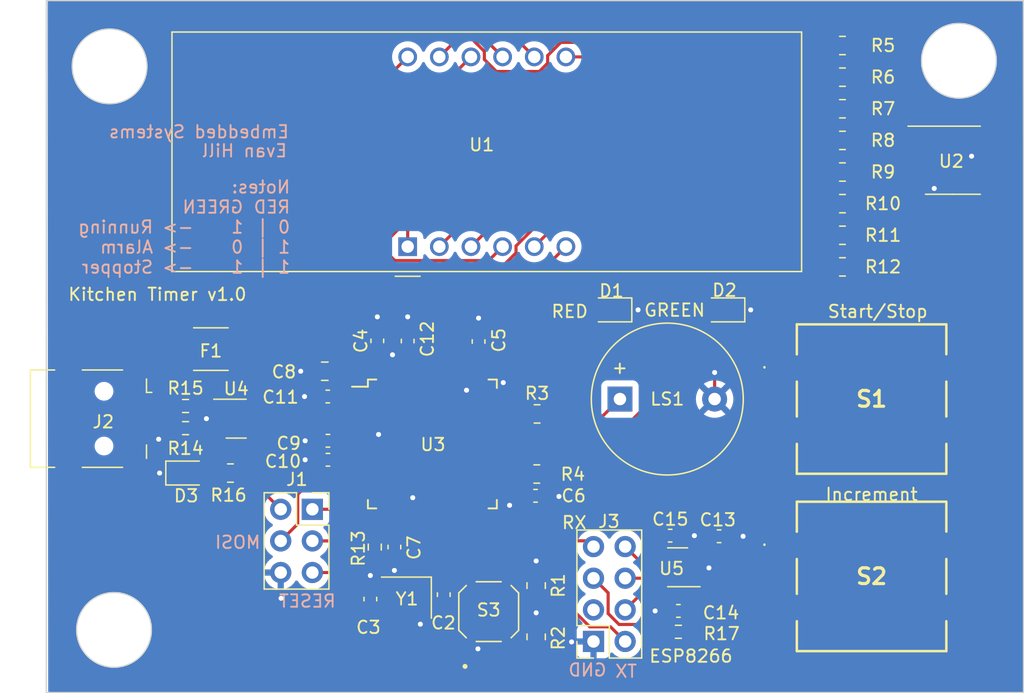
<source format=kicad_pcb>
(kicad_pcb (version 20221018) (generator pcbnew)
  (layers (0 "F.Cu" signal) (31 "B.Cu" signal) (34 "B.Paste" user) (35 "F.Paste" user) (36 "B.SilkS" user "B.Silkscreen") (37 "F.SilkS" user "F.Silkscreen") (38 "B.Mask" user) (39 "F.Mask" user) (44 "Edge.Cuts" user))
  (net 0 "")
  (net 1 "Buzzer")
  (net 2 "GND")
  (net 3 "Net-(D1-A)")
  (net 4 "Net-(D2-A)")
  (net 5 "Net-(U5-BP)")
  (net 6 "+3.3V")
  (net 7 "/a")
  (net 8 "Net-(U1-a)")
  (net 9 "/b")
  (net 10 "Net-(U1-b)")
  (net 11 "/c")
  (net 12 "Net-(U1-c)")
  (net 13 "/d")
  (net 14 "Net-(U1-d)")
  (net 15 "/e")
  (net 16 "Net-(U1-e)")
  (net 17 "/f")
  (net 18 "Net-(U1-f)")
  (net 19 "/g")
  (net 20 "Net-(U1-g)")
  (net 21 "/dp")
  (net 22 "Net-(U1-DPX)")
  (net 24 "AREF")
  (net 25 "+5V")
  (net 27 "Net-(J2-VBUS)")
  (net 28 "GREEN_LED")
  (net 29 "RED_LED")
  (net 31 "XTAL1")
  (net 32 "XTAL2")
  (net 33 "Net-(D3-A)")
  (net 34 "Net-(J2-D-)")
  (net 35 "RESET")
  (net 36 "USB_CONN_D+")
  (net 37 "USB_CONN_D-")
  (net 38 "Net-(J2-D+)")
  (net 39 "Dig4")
  (net 40 "Dig3")
  (net 42 "Dig2")
  (net 43 "Dig1")
  (net 44 "SH_CP")
  (net 45 "USB_D-")
  (net 46 "USB_D+")
  (net 47 "UCAP")
  (net 49 "SCK")
  (net 51 "MOSI")
  (net 52 "MISO")
  (net 53 "Button_2")
  (net 54 "Button_1")
  (net 55 "TX")
  (net 56 "RX")
  (net 57 "ST_CP")
  (net 58 "DS")
  (net 59 "unconnected-(J2-Shield-Pad6)")
  (net 67 "Net-(J3-Pin_5)")
  (footprint "Capacitor_SMD:C_0603_1608Metric" (layer "F.Cu") (at 83.8708 68.8848 180)
    (fp_text reference "C9")
    (fp_text value "1 uF")
  )
  (footprint "Resistor_SMD:R_0805_2012Metric" (layer "F.Cu") (at 100.6348 71.5518)
    (fp_text reference "R4")
    (fp_text value "330")
  )
  (footprint "Resistor_SMD:R_0805_2012Metric" (layer "F.Cu") (at 125.1693 54.9148 180)
    (fp_text reference "R12")
    (fp_text value "100")
  )
  (footprint "LED_SMD:LED_0805_2012Metric" (layer "F.Cu") (at 72.5424 71.4756)
    (fp_text reference "D3")
    (fp_text value "LED")
  )
  (footprint "Capacitor_SMD:C_0603_1608Metric" (layer "F.Cu") (at 83.8578 65.3288 180)
    (fp_text reference "C11")
    (fp_text value "0.1 uF")
  )
  (footprint "Resistor_SMD:R_0805_2012Metric" (layer "F.Cu") (at 100.584 84.6328 90)
    (fp_text reference "R2")
    (fp_text value "10k")
  )
  (footprint "Capacitor_SMD:C_0603_1608Metric" (layer "F.Cu") (at 115.2652 76.5556)
    (fp_text reference "C13")
    (fp_text value "1 uF")
  )
  (footprint "Resistor_SMD:R_0805_2012Metric" (layer "F.Cu") (at 125.1693 52.3748 180)
    (fp_text reference "R11")
    (fp_text value "100")
  )
  (footprint "Connector_USB:USB_Mini-B_Lumberg_2486_01_Horizontal" (layer "F.Cu") (at 65.8958 67.1068 -90)
    (fp_text reference "J2")
    (fp_text value "USB_B_Mini")
  )
  (footprint "Resistor_SMD:R_0805_2012Metric" (layer "F.Cu") (at 100.584 80.5161 90)
    (fp_text reference "R1")
    (fp_text value "10k")
  )
  (footprint "Capacitor_SMD:C_0603_1608Metric" (layer "F.Cu") (at 95.9612 60.9092 90)
    (fp_text reference "C5")
    (fp_text value "0.1 uF")
  )
  (footprint "Resistor_SMD:R_0603_1608Metric" (layer "F.Cu") (at 72.4408 67.8688)
    (fp_text reference "R14")
    (fp_text value "22")
  )
  (footprint "PTS125_SMD_Button:PTS125_SMD_Button" (layer "F.Cu") (at 127.508 79.7788)
    (fp_text reference "S2")
    (fp_text value "PTS125SM43SMTR21M_LFS" hide)
  )
  (footprint "Package_QFP:TQFP-44_10x10mm_P0.8mm" (layer "F.Cu") (at 92.2528 69.1388)
    (fp_text reference "U3")
    (fp_text value "ATmega32U4-A")
  )
  (footprint "Connector_PinSocket_2.54mm:PinSocket_2x03_P2.54mm_Vertical" (layer "F.Cu") (at 82.6208 74.3862)
    (fp_text reference "J1")
    (fp_text value "AVR-ISP-6")
  )
  (footprint "Resistor_SMD:R_0805_2012Metric" (layer "F.Cu") (at 76.0457 71.4756 180)
    (fp_text reference "R16")
    (fp_text value "1k")
  )
  (footprint "PTS526_SMD_Button:PTS526_SMD_Button" (layer "F.Cu") (at 96.774 82.6069 90)
    (fp_text reference "S3")
    (fp_text value "PTS526_SM08_SMTR2_LFS")
  )
  (footprint "Connector_PinSocket_2.54mm:PinSocket_2x04_P2.54mm_Vertical" (layer "F.Cu") (at 105.1868 85.0038 180)
    (fp_text reference "J3")
    (fp_text value "ESP_Conn")
  )
  (footprint "Capacitor_SMD:C_0603_1608Metric" (layer "F.Cu") (at 100.5332 73.3044)
    (fp_text reference "C6")
    (fp_text value "0.1 uF")
  )
  (footprint "LED_SMD:LED_0805_2012Metric" (layer "F.Cu") (at 115.6485 58.3692 180)
    (fp_text reference "D2")
    (fp_text value "LED")
  )
  (footprint "Resistor_SMD:R_0805_2012Metric" (layer "F.Cu") (at 125.1693 42.2148 180)
    (fp_text reference "R7")
    (fp_text value "100")
  )
  (footprint "Package_TO_SOT_SMD:SOT-23-6" (layer "F.Cu") (at 76.5048 67.1068)
    (fp_text reference "U4")
    (fp_text value "USBLC6-2SC6")
  )
  (footprint "LED_SMD:LED_0805_2012Metric" (layer "F.Cu") (at 106.5784 58.3692 180)
    (fp_text reference "D1")
    (fp_text value "LED")
  )
  (footprint "Capacitor_SMD:C_0603_1608Metric" (layer "F.Cu") (at 112.001 82.55 180)
    (fp_text reference "C14")
    (fp_text value "2.2 uF")
  )
  (footprint "Package_SO:TSSOP-16_4.4x5mm_P0.65mm" (layer "F.Cu") (at 134.0358 46.3473)
    (fp_text reference "U2")
    (fp_text value "74HC595")
  )
  (footprint "Display_7Segment:CA56-12EWA" (layer "F.Cu") (at 90.2716 53.2892 90)
    (fp_text reference "U1")
    (fp_text value "CA56-12EWA")
  )
  (footprint "Resistor_SMD:R_0603_1608Metric" (layer "F.Cu") (at 112.0018 84.2264 180)
    (fp_text reference "R17")
    (fp_text value "10k")
  )
  (footprint "Fuse:Fuse_1812_4532Metric" (layer "F.Cu") (at 74.4728 61.5188)
    (fp_text reference "F1")
    (fp_text value "PTC SMD")
  )
  (footprint "Capacitor_SMD:C_0603_1608Metric" (layer "F.Cu") (at 90.2716 60.8714 90)
    (fp_text reference "C12")
    (fp_text value "0.1 uF")
  )
  (footprint "Resistor_SMD:R_0805_2012Metric" (layer "F.Cu") (at 125.1693 44.7548 180)
    (fp_text reference "R8")
    (fp_text value "100")
  )
  (footprint "PTS125_SMD_Button:PTS125_SMD_Button" (layer "F.Cu") (at 127.508 65.532)
    (fp_text reference "S1")
    (fp_text value "PTS125SM43SMTR21M_LFS" hide)
  )
  (footprint "Package_TO_SOT_SMD:SOT-23-5" (layer "F.Cu") (at 111.9378 79.0448 180)
    (fp_text reference "U5")
    (fp_text value "LP2985-3.3")
  )
  (footprint "Capacitor_SMD:C_0603_1608Metric" (layer "F.Cu") (at 87.8332 60.8584 90)
    (fp_text reference "C4")
    (fp_text value "0.1 uF")
  )
  (footprint "Resistor_SMD:R_0603_1608Metric" (layer "F.Cu") (at 87.63 77.4192 90)
    (fp_text reference "R13")
    (fp_text value "10k")
  )
  (footprint "Capacitor_SMD:C_0603_1608Metric" (layer "F.Cu") (at 89.2048 77.4192 -90)
    (fp_text reference "C7")
    (fp_text value "0.1 uF")
  )
  (footprint "Resistor_SMD:R_0805_2012Metric" (layer "F.Cu") (at 125.1693 47.2948 180)
    (fp_text reference "R9")
    (fp_text value "100")
  )
  (footprint "Buzzer_Beeper:Buzzer_12x9.5RM7.6" (layer "F.Cu") (at 107.3096 65.532)
    (fp_text reference "LS1")
    (fp_text value "Speaker")
  )
  (footprint "Resistor_SMD:R_0805_2012Metric" (layer "F.Cu") (at 125.1693 49.8348 180)
    (fp_text reference "R10")
    (fp_text value "100")
  )
  (footprint "Resistor_SMD:R_0805_2012Metric" (layer "F.Cu") (at 100.6583 66.7258)
    (fp_text reference "R3")
    (fp_text value "330")
  )
  (footprint "Resistor_SMD:R_0603_1608Metric" (layer "F.Cu") (at 72.4408 66.0908)
    (fp_text reference "R15")
    (fp_text value "22")
  )
  (footprint "Crystal:Crystal_SMD_Abracon_ABM8G-4Pin_3.2x2.5mm" (layer "F.Cu") (at 90.17 81.4832 180)
    (fp_text reference "Y1")
    (fp_text value "16 MHz")
  )
  (footprint "Capacitor_SMD:C_0603_1608Metric" (layer "F.Cu") (at 111.3406 76.5048)
    (fp_text reference "C15")
    (fp_text value "10 nF")
  )
  (footprint "Capacitor_SMD:C_0805_2012Metric" (layer "F.Cu") (at 83.6168 63.2968 180)
    (fp_text reference "C8")
    (fp_text value "10 uF")
  )
  (footprint "Capacitor_SMD:C_0603_1608Metric" (layer "F.Cu") (at 83.8708 70.4088 180)
    (fp_text reference "C10")
    (fp_text value "0.1 uF")
  )
  (footprint "Resistor_SMD:R_0805_2012Metric" (layer "F.Cu") (at 125.1693 37.1348 180)
    (fp_text reference "R5")
    (fp_text value "100")
  )
  (footprint "Capacitor_SMD:C_0603_1608Metric" (layer "F.Cu") (at 93.1672 81.2422 -90)
    (fp_text reference "C2")
    (fp_text value "22 pF")
  )
  (footprint "Resistor_SMD:R_0805_2012Metric" (layer "F.Cu") (at 125.1693 39.6748 180)
    (fp_text reference "R6")
    (fp_text value "100")
  )
  (footprint "Capacitor_SMD:C_0603_1608Metric" (layer "F.Cu") (at 87.2744 81.5978 90)
    (fp_text reference "C3")
    (fp_text value "22 pF")
  )
  (gr_circle (center 66.7004 84.074) (end 69.7004 84.074) (stroke (width 0.1)) (fill none) (layer "Edge.Cuts"))
  (gr_circle (center 134.5184 38.3568) (end 137.5184 38.3568) (stroke (width 0.1)) (fill none) (layer "Edge.Cuts"))
  (gr_rect (start 61.2648 33.528) (end 139.7 89.1032) (stroke (width 0.1)) (fill none) (layer "Edge.Cuts"))
  (gr_circle (center 66.3448 38.8084) (end 69.3448 38.8084) (stroke (width 0.1)) (fill none) (layer "Edge.Cuts"))
  (gr_text "GND" (at 106.3244 87.884) (layer "B.SilkS") (effects (font (size 1 1)) (justify left bottom mirror)))
  (gr_text "TX" (at 108.7628 87.9856) (layer "B.SilkS") (effects (font (size 1 1)) (justify left bottom mirror)))
  (gr_text "Notes:\nRED	GREEN\n0 |	1	-> Running\n1 |	0	-> Alarm\n1 |	1	-> Stopper" (at 80.9244 55.5244) (layer "B.SilkS") (effects (font (size 1 1)) (justify left bottom mirror)))
  (gr_text "Embedded Systems" (at 80.8228 44.6532) (layer "B.SilkS") (effects (font (size 1 1)) (justify left bottom mirror)))
  (gr_text "Evan Hill" (at 80.6704 46.1772) (layer "B.SilkS") (effects (font (size 1 1)) (justify left bottom mirror)))
  (gr_text "RESET" (at 84.582 82.3468) (layer "B.SilkS") (effects (font (size 1 1)) (justify left bottom mirror)))
  (gr_text "MOSI" (at 78.5368 77.6224) (layer "B.SilkS") (effects (font (size 1 1)) (justify left bottom mirror)))
  (gr_text "RED" (at 103.2764 59.0804) (layer "F.SilkS") (effects (font (size 1 1)) (justify bottom)))
  (gr_text "RX" (at 102.5652 76.0476) (layer "F.SilkS") (effects (font (size 1 1)) (justify left bottom)))
  (gr_text "Increment\n" (at 127.508 73.7788) (layer "F.SilkS") (effects (font (size 1 1)) (justify bottom)))
  (gr_text "ESP8266" (at 109.5756 86.7664) (layer "F.SilkS") (effects (font (size 1 1)) (justify left bottom)))
  (gr_text "GREEN" (at 109.1692 58.9788) (layer "F.SilkS") (effects (font (size 1 1)) (justify left bottom)))
  (gr_text "Start/Stop" (at 123.9012 59.0804) (layer "F.SilkS") (effects (font (size 1 1)) (justify left bottom)))
  (gr_text "Kitchen Timer v1.0" (at 62.9412 57.7088) (layer "F.SilkS") (effects (font (size 1 1)) (justify left bottom)))
  (segment (start 102.8828 69.9388) (end 97.9528 69.9388) (width 0.25) (layer "F.Cu") (net 1))
  (segment (start 107.2896 65.532) (end 102.8828 69.9388) (width 0.25) (layer "F.Cu") (net 1))
  (segment (start 107.3096 65.532) (end 107.2896 65.532) (width 0.25) (layer "F.Cu") (net 1))
  (segment (start 81.9912 65.3288) (end 83.0828 65.3288) (width 0.25) (layer "F.Cu") (net 2))
  (segment (start 90.2716 58.928) (end 90.2716 60.0964) (width 0.25) (layer "F.Cu") (net 2))
  (segment (start 80.0808 81.5032) (end 80.1116 81.534) (width 0.25) (layer "F.Cu") (net 2))
  (segment (start 101.3082 73.3044) (end 102.362 73.3044) (width 0.25) (layer "F.Cu") (net 2))
  (segment (start 91.2876 83.6168) (end 91.2876 82.3508) (width 0.25) (layer "F.Cu") (net 2))
  (segment (start 94.996 64.8208) (end 95.4528 64.364) (width 0.25) (layer "F.Cu") (net 2))
  (segment (start 100.584 82.7024) (end 100.584 83.7203) (width 0.25) (layer "F.Cu") (net 2))
  (segment (start 135.5369 46.0223) (end 135.5344 46.0248) (width 0.25) (layer "F.Cu") (net 2))
  (segment (start 90.678 74.8136) (end 90.6528 74.8388) (width 0.25) (layer "F.Cu") (net 2))
  (segment (start 103.4288 85.0392) (end 105.1514 85.0392) (width 0.25) (layer "F.Cu") (net 2))
  (segment (start 87.2744 80.8228) (end 87.2744 79.7052) (width 0.25) (layer "F.Cu") (net 2))
  (segment (start 70.2308 68.7068) (end 70.2818 68.7578) (width 0.25) (layer "F.Cu") (net 2))
  (segment (start 97.9528 73.5688) (end 97.9528 73.1388) (width 0.25) (layer "F.Cu") (net 2))
  (segment (start 81.6864 63.2968) (end 82.6668 63.2968) (width 0.25) (layer "F.Cu") (net 2))
  (segment (start 89.0524 63.4384) (end 89.0528 63.4388) (width 0.25) (layer "F.Cu") (net 2))
  (segment (start 98.4504 74.0664) (end 97.9528 73.5688) (width 0.25) (layer "F.Cu") (net 2))
  (segment (start 71.6049 71.4756) (end 70.358 71.4756) (width 0.25) (layer "F.Cu") (net 2))
  (segment (start 89.2048 79.2988) (end 89.2048 78.1942) (width 0.25) (layer "F.Cu") (net 2))
  (segment (start 113.0753 79.0448) (end 114.4016 79.0448) (width 0.25) (layer "F.Cu") (net 2))
  (segment (start 75.3673 67.1068) (end 74.1172 67.1068) (width 0.25) (layer "F.Cu") (net 2))
  (segment (start 90.678 73.4568) (end 90.678 74.8136) (width 0.25) (layer "F.Cu") (net 2))
  (segment (start 87.9348 68.3768) (end 86.5908 68.3768) (width 0.25) (layer "F.Cu") (net 2))
  (segment (start 82.042 68.8848) (end 83.0958 68.8848) (width 0.25) (layer "F.Cu") (net 2))
  (segment (start 97.9424 64.2112) (end 97.9424 65.1284) (width 0.25) (layer "F.Cu") (net 2))
  (segment (start 91.586 82.0172) (end 91.27 82.3332) (width 0.25) (layer "F.Cu") (net 2))
  (segment (start 117.8052 58.3692) (end 116.586 58.3692) (width 0.25) (layer "F.Cu") (net 2))
  (segment (start 91.2876 82.3508) (end 91.27 82.3332) (width 0.25) (layer "F.Cu") (net 2))
  (segment (start 80.0808 79.4662) (end 80.0808 81.5032) (width 0.25) (layer "F.Cu") (net 2))
  (segment (start 87.8332 58.928) (end 87.8332 60.0834) (width 0.25) (layer "F.Cu") (net 2))
  (segment (start 95.9612 59.0296) (end 95.9612 60.1342) (width 0.25) (layer "F.Cu") (net 2))
  (segment (start 102.362 73.3044) (end 102.4128 73.3552) (width 0.25) (layer "F.Cu") (net 2))
  (segment (start 114.9096 63.3984) (end 114.9096 65.532) (width 0.25) (layer "F.Cu") (net 2))
  (segment (start 93.1672 82.0172) (end 91.586 82.0172) (width 0.25) (layer "F.Cu") (net 2))
  (segment (start 89.07 80.6332) (end 89.07 79.4336) (width 0.25) (layer "F.Cu") (net 2))
  (segment (start 113.284 76.5048) (end 112.1156 76.5048) (width 0.25) (layer "F.Cu") (net 2))
  (segment (start 131.18 48.6156) (end 131.1733 48.6223) (width 0.25) (layer "F.Cu") (net 2))
  (segment (start 89.07 79.4336) (end 89.2048 79.2988) (width 0.25) (layer "F.Cu") (net 2))
  (segment (start 68.5958 68.7068) (end 70.2308 68.7068) (width 0.25) (layer "F.Cu") (net 2))
  (segment (start 82.042 70.4088) (end 83.0958 70.4088) (width 0.25) (layer "F.Cu") (net 2))
  (segment (start 117.1956 76.5556) (end 116.0402 76.5556) (width 0.25) (layer "F.Cu") (net 2))
  (segment (start 86.5908 68.3768) (end 86.5528 68.3388) (width 0.25) (layer "F.Cu") (net 2))
  (segment (start 114.4016 79.0448) (end 114.4524 79.0956) (width 0.25) (layer "F.Cu") (net 2))
  (segment (start 100.584 78.5368) (end 100.584 79.6036) (width 0.25) (layer "F.Cu") (net 2))
  (segment (start 108.7628 58.3692) (end 107.5159 58.3692) (width 0.25) (layer "F.Cu") (net 2))
  (segment (start 94.9329 85.598) (end 94.924 85.6069) (width 0.25) (layer "F.Cu") (net 2))
  (segment (start 132.5372 48.6156) (end 131.18 48.6156) (width 0.25) (layer "F.Cu") (net 2))
  (segment (start 97.9424 65.1284) (end 97.9528 65.1388) (width 0.25) (layer "F.Cu") (net 2))
  (segment (start 136.8983 46.0223) (end 135.5369 46.0223) (width 0.25) (layer "F.Cu") (net 2))
  (segment (start 105.1514 85.0392) (end 105.1868 85.0038) (width 0.25) (layer "F.Cu") (net 2))
  (segment (start 111.226 82.55) (end 110.1344 82.55) (width 0.25) (layer "F.Cu") (net 2))
  (segment (start 95.4528 64.364) (end 95.4528 63.4388) (width 0.25) (layer "F.Cu") (net 2))
  (segment (start 89.0524 61.976) (end 89.0524 63.4384) (width 0.25) (layer "F.Cu") (net 2))
  (segment (start 95.9104 85.598) (end 94.9329 85.598) (width 0.25) (layer "F.Cu") (net 2))
  (via (at 95.9104 85.598) (size 0.8) (drill 0.4) (layers "F.Cu" "B.Cu") (net 2))
  (via (at 117.8052 58.3692) (size 0.8) (drill 0.4) (layers "F.Cu" "B.Cu") (net 2))
  (via (at 87.8332 58.928) (size 0.8) (drill 0.4) (layers "F.Cu" "B.Cu") (net 2))
  (via (at 90.678 73.4568) (size 0.8) (drill 0.4) (layers "F.Cu" "B.Cu") (net 2))
  (via (at 100.584 82.7024) (size 0.8) (drill 0.4) (layers "F.Cu" "B.Cu") (net 2))
  (via (at 94.996 64.8208) (size 0.8) (drill 0.4) (layers "F.Cu" "B.Cu") (net 2))
  (via (at 70.358 71.4756) (size 0.8) (drill 0.4) (layers "F.Cu" "B.Cu") (net 2))
  (via (at 82.042 68.8848) (size 0.8) (drill 0.4) (layers "F.Cu" "B.Cu") (net 2))
  (via (at 103.4288 85.0392) (size 0.8) (drill 0.4) (layers "F.Cu" "B.Cu") (net 2))
  (via (at 91.2876 83.6168) (size 0.8) (drill 0.4) (layers "F.Cu" "B.Cu") (net 2))
  (via (at 90.2716 58.928) (size 0.8) (drill 0.4) (layers "F.Cu" "B.Cu") (net 2))
  (via (at 135.5344 46.0248) (size 0.8) (drill 0.4) (layers "F.Cu" "B.Cu") (net 2))
  (via (at 87.9348 68.3768) (size 0.8) (drill 0.4) (layers "F.Cu" "B.Cu") (net 2))
  (via (at 98.4504 74.0664) (size 0.8) (drill 0.4) (layers "F.Cu" "B.Cu") (net 2))
  (via (at 132.5372 48.6156) (size 0.8) (drill 0.4) (layers "F.Cu" "B.Cu") (net 2))
  (via (at 81.6864 63.2968) (size 0.8) (drill 0.4) (layers "F.Cu" "B.Cu") (net 2))
  (via (at 89.2048 79.2988) (size 0.8) (drill 0.4) (layers "F.Cu" "B.Cu") (net 2))
  (via (at 70.2818 68.7578) (size 0.8) (drill 0.4) (layers "F.Cu" "B.Cu") (net 2))
  (via (at 82.042 70.4088) (size 0.8) (drill 0.4) (layers "F.Cu" "B.Cu") (net 2))
  (via (at 81.9912 65.3288) (size 0.8) (drill 0.4) (layers "F.Cu" "B.Cu") (net 2))
  (via (at 74.1172 67.1068) (size 0.8) (drill 0.4) (layers "F.Cu" "B.Cu") (net 2))
  (via (at 114.4524 79.0956) (size 0.8) (drill 0.4) (layers "F.Cu" "B.Cu") (net 2))
  (via (at 97.9424 64.2112) (size 0.8) (drill 0.4) (layers "F.Cu" "B.Cu") (net 2))
  (via (at 110.1344 82.55) (size 0.8) (drill 0.4) (layers "F.Cu" "B.Cu") (net 2))
  (via (at 108.7628 58.3692) (size 0.8) (drill 0.4) (layers "F.Cu" "B.Cu") (net 2))
  (via (at 100.584 78.5368) (size 0.8) (drill 0.4) (layers "F.Cu" "B.Cu") (net 2))
  (via (at 113.284 76.5048) (size 0.8) (drill 0.4) (layers "F.Cu" "B.Cu") (net 2))
  (via (at 114.9096 63.3984) (size 0.8) (drill 0.4) (layers "F.Cu" "B.Cu") (net 2))
  (via (at 87.2744 79.7052) (size 0.8) (drill 0.4) (layers "F.Cu" "B.Cu") (net 2))
  (via (at 89.0524 61.976) (size 0.8) (drill 0.4) (layers "F.Cu" "B.Cu") (net 2))
  (via (at 80.1116 81.534) (size 0.8) (drill 0.4) (layers "F.Cu" "B.Cu") (net 2))
  (via (at 95.9612 59.0296) (size 0.8) (drill 0.4) (layers "F.Cu" "B.Cu") (net 2))
  (via (at 117.1956 76.5556) (size 0.8) (drill 0.4) (layers "F.Cu" "B.Cu") (net 2))
  (via (at 102.4128 73.3552) (size 0.8) (drill 0.4) (layers "F.Cu" "B.Cu") (net 2))
  (segment (start 105.6409 61.7959) (end 101.5708 65.866) (width 0.25) (layer "F.Cu") (net 3))
  (segment (start 105.6409 58.3692) (end 105.6409 61.7959) (width 0.25) (layer "F.Cu") (net 3))
  (segment (start 101.5708 65.866) (end 101.5708 66.7258) (width 0.25) (layer "F.Cu") (net 3))
  (segment (start 114.711 58.3692) (end 114.711 60.7806) (width 0.25) (layer "F.Cu") (net 4))
  (segment (start 103.9398 71.5518) (end 101.5473 71.5518) (width 0.25) (layer "F.Cu") (net 4))
  (segment (start 114.711 60.7806) (end 103.9398 71.5518) (width 0.25) (layer "F.Cu") (net 4))
  (segment (start 110.5656 76.5048) (end 110.5656 77.8601) (width 0.25) (layer "F.Cu") (net 5))
  (segment (start 110.5656 77.8601) (end 110.8003 78.0948) (width 0.25) (layer "F.Cu") (net 5))
  (segment (start 112.776 82.55) (end 113.6396 82.55) (width 0.25) (layer "F.Cu") (net 6))
  (segment (start 113.8936 82.296) (end 113.8936 83.1596) (width 0.25) (layer "F.Cu") (net 6))
  (segment (start 113.8936 81.3308) (end 113.8936 82.296) (width 0.25) (layer "F.Cu") (net 6))
  (segment (start 110.8003 79.9948) (end 110.8812 79.9948) (width 0.25) (layer "F.Cu") (net 6))
  (segment (start 110.8003 79.9948) (end 110.3378 79.9948) (width 0.25) (layer "F.Cu") (net 6))
  (segment (start 110.1958 79.9948) (end 107.7268 82.4638) (width 0.25) (layer "F.Cu") (net 6))
  (segment (start 113.8936 83.1596) (end 112.8268 84.2264) (width 0.25) (layer "F.Cu") (net 6))
  (segment (start 110.7293 79.9238) (end 107.7268 79.9238) (width 0.25) (layer "F.Cu") (net 6))
  (segment (start 110.8003 79.9948) (end 110.7293 79.9238) (width 0.25) (layer "F.Cu") (net 6))
  (segment (start 112.2172 81.3308) (end 113.8936 81.3308) (width 0.25) (layer "F.Cu") (net 6))
  (segment (start 110.8003 79.9948) (end 110.1958 79.9948) (width 0.25) (layer "F.Cu") (net 6))
  (segment (start 113.6396 82.55) (end 113.8936 82.296) (width 0.25) (layer "F.Cu") (net 6))
  (segment (start 110.8812 79.9948) (end 112.2172 81.3308) (width 0.25) (layer "F.Cu") (net 6))
  (segment (start 110.3378 79.9948) (end 107.7268 77.3838) (width 0.25) (layer "F.Cu") (net 6))
  (segment (start 136.8983 44.7223) (end 133.161841 44.7223) (width 0.25) (layer "F.Cu") (net 7))
  (segment (start 133.161841 44.7223) (end 126.0818 37.642259) (width 0.25) (layer "F.Cu") (net 7))
  (segment (start 126.0818 37.642259) (end 126.0818 37.1348) (width 0.25) (layer "F.Cu") (net 7))
  (segment (start 97.3918 39.2176) (end 96.4266 38.2524) (width 0.25) (layer "F.Cu") (net 8))
  (segment (start 100.838 39.2176) (end 97.3918 39.2176) (width 0.25) (layer "F.Cu") (net 8))
  (segment (start 94.3864 36.4744) (end 92.8116 38.0492) (width 0.25) (layer "F.Cu") (net 8))
  (segment (start 96.4266 38.2524) (end 96.4266 37.60392) (width 0.25) (layer "F.Cu") (net 8))
  (segment (start 95.29708 36.4744) (end 94.3864 36.4744) (width 0.25) (layer "F.Cu") (net 8))
  (segment (start 101.5066 38.549) (end 100.838 39.2176) (width 0.25) (layer "F.Cu") (net 8))
  (segment (start 124.0028 36.8808) (end 102.5652 36.8808) (width 0.25) (layer "F.Cu") (net 8))
  (segment (start 124.2568 37.1348) (end 124.0028 36.8808) (width 0.25) (layer "F.Cu") (net 8))
  (segment (start 96.4266 37.60392) (end 95.29708 36.4744) (width 0.25) (layer "F.Cu") (net 8))
  (segment (start 102.5652 36.8808) (end 101.5066 37.9394) (width 0.25) (layer "F.Cu") (net 8))
  (segment (start 101.5066 37.9394) (end 101.5066 38.549) (width 0.25) (layer "F.Cu") (net 8))
  (segment (start 129.8448 43.4378) (end 126.0818 39.6748) (width 0.25) (layer "F.Cu") (net 9))
  (segment (start 129.8448 44.1198) (end 129.8448 43.4378) (width 0.25) (layer "F.Cu") (net 9))
  (segment (start 129.8923 44.0723) (end 129.8448 44.1198) (width 0.25) (layer "F.Cu") (net 9))
  (segment (start 131.1733 44.0723) (end 129.8923 44.0723) (width 0.25) (layer "F.Cu") (net 9))
  (segment (start 124.2568 39.6748) (end 122.6312 38.0492) (width 0.25) (layer "F.Cu") (net 10))
  (segment (start 122.6312 38.0492) (end 102.9716 38.0492) (width 0.25) (layer "F.Cu") (net 10))
  (segment (start 127.0508 42.2148) (end 126.0818 42.2148) (width 0.25) (layer "F.Cu") (net 11))
  (segment (start 129.5583 44.7223) (end 127.0508 42.2148) (width 0.25) (layer "F.Cu") (net 11))
  (segment (start 131.1733 44.7223) (end 129.5583 44.7223) (width 0.25) (layer "F.Cu") (net 11))
  (segment (start 88.317196 53.093604) (end 88.317196 53.484796) (width 0.25) (layer "F.Cu") (net 12))
  (segment (start 119.7864 46.6852) (end 94.7256 46.6852) (width 0.25) (layer "F.Cu") (net 12))
  (segment (start 89.2392 54.4068) (end 96.774 54.4068) (width 0.25) (layer "F.Cu") (net 12))
  (segment (start 96.774 54.4068) (end 97.8916 53.2892) (width 0.25) (layer "F.Cu") (net 12))
  (segment (start 88.317196 53.484796) (end 89.2392 54.4068) (width 0.25) (layer "F.Cu") (net 12))
  (segment (start 124.2568 42.2148) (end 119.7864 46.6852) (width 0.25) (layer "F.Cu") (net 12))
  (segment (start 94.7256 46.6852) (end 88.317196 53.093604) (width 0.25) (layer "F.Cu") (net 12))
  (segment (start 129.4638 45.3898) (end 128.8288 44.7548) (width 0.25) (layer "F.Cu") (net 13))
  (segment (start 129.4813 45.3723) (end 129.4638 45.3898) (width 0.25) (layer "F.Cu") (net 13))
  (segment (start 128.8288 44.7548) (end 126.0818 44.7548) (width 0.25) (layer "F.Cu") (net 13))
  (segment (start 131.1733 45.3723) (end 129.4813 45.3723) (width 0.25) (layer "F.Cu") (net 13))
  (segment (start 92.8116 53.2892) (end 97.781 48.3198) (width 0.25) (layer "F.Cu") (net 14))
  (segment (start 125.1204 45.6184) (end 124.2568 44.7548) (width 0.25) (layer "F.Cu") (net 14))
  (segment (start 124.757473 48.3198) (end 125.1204 47.956873) (width 0.25) (layer "F.Cu") (net 14))
  (segment (start 97.781 48.3198) (end 124.757473 48.3198) (width 0.25) (layer "F.Cu") (net 14))
  (segment (start 125.1204 47.956873) (end 125.1204 45.6184) (width 0.25) (layer "F.Cu") (net 14))
  (segment (start 128.1938 47.2948) (end 126.0818 47.2948) (width 0.25) (layer "F.Cu") (net 15))
  (segment (start 131.1733 46.0223) (end 129.4663 46.0223) (width 0.25) (layer "F.Cu") (net 15))
  (segment (start 129.4663 46.0223) (end 128.1938 47.2948) (width 0.25) (layer "F.Cu") (net 15))
  (segment (start 94.996 47.2948) (end 90.2716 52.0192) (width 0.25) (layer "F.Cu") (net 16))
  (segment (start 124.2568 47.2948) (end 94.996 47.2948) (width 0.25) (layer "F.Cu") (net 16))
  (segment (start 90.2716 52.0192) (end 90.2716 53.2892) (width 0.25) (layer "F.Cu") (net 16))
  (segment (start 129.5908 46.6598) (end 126.4158 49.8348) (width 0.25) (layer "F.Cu") (net 17))
  (segment (start 130.472259 46.6598) (end 129.5908 46.6598) (width 0.25) (layer "F.Cu") (net 17))
  (segment (start 130.484759 46.6723) (end 130.472259 46.6598) (width 0.25) (layer "F.Cu") (net 17))
  (segment (start 131.1733 46.6723) (end 130.484759 46.6723) (width 0.25) (layer "F.Cu") (net 17))
  (segment (start 126.4158 49.8348) (end 126.0818 49.8348) (width 0.25) (layer "F.Cu") (net 17))
  (segment (start 87.7824 53.594) (end 87.7824 45.6184) (width 0.25) (layer "F.Cu") (net 18))
  (segment (start 98.9666 53.789) (end 97.8988 54.8568) (width 0.25) (layer "F.Cu") (net 18))
  (segment (start 98.9666 53.23392) (end 98.9666 53.789) (width 0.25) (layer "F.Cu") (net 18))
  (segment (start 124.2568 49.8348) (end 102.36572 49.8348) (width 0.25) (layer "F.Cu") (net 18))
  (segment (start 102.36572 49.8348) (end 98.9666 53.23392) (width 0.25) (layer "F.Cu") (net 18))
  (segment (start 89.0452 54.8568) (end 87.7824 53.594) (width 0.25) (layer "F.Cu") (net 18))
  (segment (start 97.8988 54.8568) (end 89.0452 54.8568) (width 0.25) (layer "F.Cu") (net 18))
  (segment (start 87.7824 45.6184) (end 95.3516 38.0492) (width 0.25) (layer "F.Cu") (net 18))
  (segment (start 127.1778 49.9618) (end 127.1778 52.3748) (width 0.25) (layer "F.Cu") (net 19))
  (segment (start 129.8173 47.3223) (end 127.1778 49.9618) (width 0.25) (layer "F.Cu") (net 19))
  (segment (start 127.1778 52.3748) (end 126.0818 52.3748) (width 0.25) (layer "F.Cu") (net 19))
  (segment (start 131.1733 47.3223) (end 129.8173 47.3223) (width 0.25) (layer "F.Cu") (net 19))
  (segment (start 103.2764 50.4444) (end 100.4316 53.2892) (width 0.25) (layer "F.Cu") (net 20))
  (segment (start 122.3264 50.4444) (end 103.2764 50.4444) (width 0.25) (layer "F.Cu") (net 20))
  (segment (start 124.2568 52.3748) (end 122.3264 50.4444) (width 0.25) (layer "F.Cu") (net 20))
  (segment (start 127.6278 53.3688) (end 126.0818 54.9148) (width 0.25) (layer "F.Cu") (net 21))
  (segment (start 127.6278 50.2738) (end 127.6278 53.3688) (width 0.25) (layer "F.Cu") (net 21))
  (segment (start 131.1733 47.9723) (end 129.9293 47.9723) (width 0.25) (layer "F.Cu") (net 21))
  (segment (start 129.9293 47.9723) (end 127.6278 50.2738) (width 0.25) (layer "F.Cu") (net 21))
  (segment (start 123.340727 49.2252) (end 99.4156 49.2252) (width 0.25) (layer "F.Cu") (net 22))
  (segment (start 99.4156 49.2252) (end 95.3516 53.2892) (width 0.25) (layer "F.Cu") (net 22))
  (segment (start 124.2568 54.9148) (end 125.0943 54.0773) (width 0.25) (layer "F.Cu") (net 22))
  (segment (start 124.9082 48.8098) (end 123.756127 48.8098) (width 0.25) (layer "F.Cu") (net 22))
  (segment (start 123.756127 48.8098) (end 123.340727 49.2252) (width 0.25) (layer "F.Cu") (net 22))
  (segment (start 125.0943 54.0773) (end 125.0943 48.9959) (width 0.25) (layer "F.Cu") (net 22))
  (segment (start 125.0943 48.9959) (end 124.9082 48.8098) (width 0.25) (layer "F.Cu") (net 22))
  (segment (start 90.2716 62.3316) (end 89.8528 62.7504) (width 0.25) (layer "F.Cu") (net 24))
  (segment (start 90.2716 61.6464) (end 90.2716 62.3316) (width 0.25) (layer "F.Cu") (net 24))
  (segment (start 89.8528 62.7504) (end 89.8528 63.4388) (width 0.25) (layer "F.Cu") (net 24))
  (segment (start 88.2528 64.3138) (end 88.4528 64.5138) (width 0.25) (layer "F.Cu") (net 25))
  (segment (start 86.9574 78.2442) (end 87.63 78.2442) (width 0.25) (layer "F.Cu") (net 25))
  (segment (start 94.271 65.121105) (end 94.695695 65.5458) (width 0.25) (layer "F.Cu") (net 25))
  (segment (start 85.8012 82.2452) (end 85.8012 79.4004) (width 0.25) (layer "F.Cu") (net 25))
  (segment (start 94.695695 65.5458) (end 95.3378 65.5458) (width 0.25) (layer "F.Cu") (net 25))
  (segment (start 89.8528 75.9962) (end 89.8528 74.8388) (width 0.25) (layer "F.Cu") (net 25))
  (segment (start 136.8983 44.0723) (end 137.586841 44.0723) (width 0.25) (layer "F.Cu") (net 25))
  (segment (start 114.4902 76.5556) (end 114.4902 76.6799) (width 0.25) (layer "F.Cu") (net 25))
  (segment (start 96.4278 64.9826) (end 96.4278 71.6888) (width 0.25) (layer "F.Cu") (net 25))
  (segment (start 126.3584 87.9784) (end 101.6508 87.9784) (width 0.25) (layer "F.Cu") (net 25))
  (segment (start 136.8983 47.9723) (end 137.6509 47.9723) (width 0.25) (layer "F.Cu") (net 25))
  (segment (start 87.63 78.2442) (end 87.63 78.219) (width 0.25) (layer "F.Cu") (net 25))
  (segment (start 87.3764 65.9388) (end 86.5528 65.9388) (width 0.25) (layer "F.Cu") (net 25))
  (segment (start 87.8332 61.6334) (end 87.8332 63.0192) (width 0.25) (layer "F.Cu") (net 25))
  (segment (start 77.1702 71.4756) (end 76.9582 71.4756) (width 0.25) (layer "F.Cu") (net 25))
  (segment (start 88.2528 63.4388) (end 88.2528 64.3138) (width 0.25) (layer "F.Cu") (net 25))
  (segment (start 95.9612 61.6842) (end 96.2528 61.9758) (width 0.25) (layer "F.Cu") (net 25))
  (segment (start 118.7024 82.2788) (end 116.7892 80.3656) (width 0.25) (layer "F.Cu") (net 25))
  (segment (start 116.7892 80.3656) (end 113.4461 80.3656) (width 0.25) (layer "F.Cu") (net 25))
  (segment (start 113.0753 79.9948) (end 112.691049 79.9948) (width 0.25) (layer "F.Cu") (net 25))
  (segment (start 99.7582 73.3044) (end 100.5582 74.1044) (width 0.25) (layer "F.Cu") (net 25))
  (segment (start 82.7888 61.5188) (end 84.5668 63.2968) (width 0.25) (layer "F.Cu") (net 25))
  (segment (start 76.6548 71.1722) (end 76.9582 71.4756) (width 0.25) (layer "F.Cu") (net 25))
  (segment (start 96.4278 71.6888) (end 97.0778 72.3388) (width 0.25) (layer "F.Cu") (net 25))
  (segment (start 87.63 78.219) (end 89.2048 76.6442) (width 0.25) (layer "F.Cu") (net 25))
  (segment (start 121.6194 74.1044) (end 121.683 74.168) (width 0.25) (layer "F.Cu") (net 25))
  (segment (start 112.0878 78.463) (end 112.456 78.0948) (width 0.25) (layer "F.Cu") (net 25))
  (segment (start 88.4528 64.5138) (end 93.927 64.5138) (width 0.25) (layer "F.Cu") (net 25))
  (segment (start 93.927 64.5138) (end 94.271 64.8578) (width 0.25) (layer "F.Cu") (net 25))
  (segment (start 112.0878 79.391551) (end 112.0878 78.463) (width 0.25) (layer "F.Cu") (net 25))
  (segment (start 99.314 84.9376) (end 98.7182 84.3418) (width 0.25) (layer "F.Cu") (net 25))
  (segment (start 94.271 64.8578) (end 94.271 65.121105) (width 0.25) (layer "F.Cu") (net 25))
  (segment (start 123.3824 68.032) (end 137.6172 53.7972) (width 0.25) (layer "F.Cu") (net 25))
  (segment (start 87.8332 63.0192) (end 88.2528 63.4388) (width 0.25) (layer "F.Cu") (net 25))
  (segment (start 97.0778 72.3388) (end 97.9528 72.3388) (width 0.25) (layer "F.Cu") (net 25))
  (segment (start 137.3632 76.9736) (end 137.3632 54.0512) (width 0.25) (layer "F.Cu") (net 25))
  (segment (start 120.358 82.2788) (end 121.683 80.9538) (width 0.25) (layer "F.Cu") (net 25))
  (segment (start 112.691049 79.9948) (end 112.0878 79.391551) (width 0.25) (layer "F.Cu") (net 25))
  (segment (start 88.6598 67.2222) (end 87.3764 65.9388) (width 0.25) (layer "F.Cu") (net 25))
  (segment (start 86.5528 69.9388) (end 87.5528 69.9388) (width 0.25) (layer "F.Cu") (net 25))
  (segment (start 87.8978 84.3418) (end 85.8012 82.2452) (width 0.25) (layer "F.Cu") (net 25))
  (segment (start 101.491427 87.9784) (end 99.314 85.800973) (width 0.25) (layer "F.Cu") (net 25))
  (segment (start 76.9582 71.4756) (end 76.9582 80.2602) (width 0.25) (layer "F.Cu") (net 25))
  (segment (start 98.7926 72.3388) (end 99.7582 73.3044) (width 0.25) (layer "F.Cu") (net 25))
  (segment (start 137.3632 54.0512) (end 137.6172 53.7972) (width 0.25) (layer "F.Cu") (net 25))
  (segment (start 98.7182 84.3418) (end 87.8978 84.3418) (width 0.25) (layer "F.Cu") (net 25))
  (segment (start 137.9608 53.4536) (end 137.6172 53.7972) (width 0.25) (layer "F.Cu") (net 25))
  (segment (start 89.2048 76.6442) (end 89.8528 75.9962) (width 0.25) (layer "F.Cu") (net 25))
  (segment (start 80.0808 74.3862) (end 77.1702 71.4756) (width 0.25) (layer "F.Cu") (net 25))
  (segment (start 137.9608 48.2822) (end 137.9608 53.4536) (width 0.25) (layer "F.Cu") (net 25))
  (segment (start 85.8012 79.4004) (end 86.9574 78.2442) (width 0.25) (layer "F.Cu") (net 25))
  (segment (start 84.6764 87.9784) (end 101.6508 87.9784) (width 0.25) (layer "F.Cu") (net 25))
  (segment (start 96.1644 64.7192) (end 96.4278 64.9826) (width 0.25) (layer "F.Cu") (net 25))
  (segment (start 112.456 78.0948) (end 113.0753 78.0948) (width 0.25) (layer "F.Cu") (net 25))
  (segment (start 84.5668 65.2628) (end 84.6328 65.3288) (width 0.25) (layer "F.Cu") (net 25))
  (segment (start 88.6598 68.8318) (end 88.6598 67.2222) (width 0.25) (layer "F.Cu") (net 25))
  (segment (start 84.5668 63.2968) (end 84.5668 65.2628) (width 0.25) (layer "F.Cu") (net 25))
  (segment (start 96.2528 61.9758) (end 96.2528 63.4388) (width 0.25) (layer "F.Cu") (net 25))
  (segment (start 99.314 85.800973) (end 99.314 84.9376) (width 0.25) (layer "F.Cu") (net 25))
  (segment (start 137.6509 47.9723) (end 137.9608 48.2822) (width 0.25) (layer "F.Cu") (net 25))
  (segment (start 97.9528 72.3388) (end 98.7926 72.3388) (width 0.25) (layer "F.Cu") (net 25))
  (segment (start 76.6103 61.5188) (end 76.6103 66.459051) (width 0.25) (layer "F.Cu") (net 25))
  (segment (start 85.1158 69.9388) (end 86.5528 69.9388) (width 0.25) (layer "F.Cu") (net 25))
  (segment (start 76.6103 61.5188) (end 82.7888 61.5188) (width 0.25) (layer "F.Cu") (net 25))
  (segment (start 77.6423 67.1068) (end 77.258049 67.1068) (width 0.25) (layer "F.Cu") (net 25))
  (segment (start 96.1644 64.7192) (end 96.2528 64.6308) (width 0.25) (layer "F.Cu") (net 25))
  (segment (start 84.6458 70.4088) (end 85.1158 69.9388) (width 0.25) (layer "F.Cu") (net 25))
  (segment (start 120.358 68.032) (end 123.3824 68.032) (width 0.25) (layer "F.Cu") (net 25))
  (segment (start 84.6328 65.3288) (end 85.2428 65.9388) (width 0.25) (layer "F.Cu") (net 25))
  (segment (start 120.358 82.2788) (end 118.7024 82.2788) (width 0.25) (layer "F.Cu") (net 25))
  (segment (start 121.683 80.9538) (end 121.683 74.168) (width 0.25) (layer "F.Cu") (net 25))
  (segment (start 77.258049 67.1068) (end 76.6548 67.710049) (width 0.25) (layer "F.Cu") (net 25))
  (segment (start 96.2528 64.6308) (end 96.2528 63.4388) (width 0.25) (layer "F.Cu") (net 25))
  (segment (start 113.4461 80.3656) (end 113.0753 79.9948) (width 0.25) (layer "F.Cu") (net 25))
  (segment (start 114.4902 76.6799) (end 113.0753 78.0948) (width 0.25) (layer "F.Cu") (net 25))
  (segment (start 76.9582 80.2602) (end 84.6764 87.9784) (width 0.25) (layer "F.Cu") (net 25))
  (segment (start 101.6508 87.9784) (end 101.491427 87.9784) (width 0.25) (layer "F.Cu") (net 25))
  (segment (start 137.3632 76.9736) (end 126.3584 87.9784) (width 0.25) (layer "F.Cu") (net 25))
  (segment (start 100.5582 74.1044) (end 121.6194 74.1044) (width 0.25) (layer "F.Cu") (net 25))
  (segment (start 87.5528 69.9388) (end 88.6598 68.8318) (width 0.25) (layer "F.Cu") (net 25))
  (segment (start 121.683 74.168) (end 121.683 69.357) (width 0.25) (layer "F.Cu") (net 25))
  (segment (start 76.6103 66.459051) (end 77.258049 67.1068) (width 0.25) (layer "F.Cu") (net 25))
  (segment (start 95.3378 65.5458) (end 96.1644 64.7192) (width 0.25) (layer "F.Cu") (net 25))
  (segment (start 76.6548 67.710049) (end 76.6548 71.1722) (width 0.25) (layer "F.Cu") (net 25))
  (segment (start 121.683 69.357) (end 120.358 68.032) (width 0.25) (layer "F.Cu") (net 25))
  (segment (start 85.2428 65.9388) (end 86.5528 65.9388) (width 0.25) (layer "F.Cu") (net 25))
  (segment (start 70.3328 65.5068) (end 70.4088 65.5828) (width 0.25) (layer "F.Cu") (net 27))
  (segment (start 70.4088 63.4453) (end 72.3353 61.5188) (width 0.25) (layer "F.Cu") (net 27))
  (segment (start 68.5958 65.5068) (end 70.3328 65.5068) (width 0.25) (layer "F.Cu") (net 27))
  (segment (start 70.4088 65.5828) (end 70.4088 63.4453) (width 0.25) (layer "F.Cu") (net 27))
  (segment (start 99.7223 71.5518) (end 97.9658 71.5518) (width 0.25) (layer "F.Cu") (net 28))
  (segment (start 97.9658 71.5518) (end 97.9528 71.5388) (width 0.25) (layer "F.Cu") (net 28))
  (segment (start 99.7458 66.7258) (end 97.9658 66.7258) (width 0.25) (layer "F.Cu") (net 29))
  (segment (start 97.9658 66.7258) (end 97.9528 66.7388) (width 0.25) (layer "F.Cu") (net 29))
  (segment (start 93.0012 80.6332) (end 93.1672 80.4672) (width 0.25) (layer "F.Cu") (net 31))
  (segment (start 91.27 80.6332) (end 93.0012 80.6332) (width 0.25) (layer "F.Cu") (net 31))
  (segment (start 93.1672 80.4672) (end 93.1672 76.922892) (width 0.25) (layer "F.Cu") (net 31))
  (segment (start 93.1672 76.922892) (end 92.2528 76.008492) (width 0.25) (layer "F.Cu") (net 31))
  (segment (start 92.2528 76.008492) (end 92.2528 74.8388) (width 0.25) (layer "F.Cu") (net 31))
  (segment (start 89.07 82.3332) (end 89.17 82.3332) (width 0.25) (layer "F.Cu") (net 32))
  (segment (start 90.1192 79.834) (end 90.2988 79.6544) (width 0.25) (layer "F.Cu") (net 32))
  (segment (start 89.0304 82.3728) (end 89.07 82.3332) (width 0.25) (layer "F.Cu") (net 32))
  (segment (start 89.17 82.3332) (end 90.1192 81.384) (width 0.25) (layer "F.Cu") (net 32))
  (segment (start 90.1192 81.384) (end 90.1192 79.834) (width 0.25) (layer "F.Cu") (net 32))
  (segment (start 91.4528 79.286) (end 91.4528 74.8388) (width 0.25) (layer "F.Cu") (net 32))
  (segment (start 87.2744 82.3728) (end 89.0304 82.3728) (width 0.25) (layer "F.Cu") (net 32))
  (segment (start 90.2988 79.6544) (end 91.0844 79.6544) (width 0.25) (layer "F.Cu") (net 32))
  (segment (start 91.0844 79.6544) (end 91.4528 79.286) (width 0.25) (layer "F.Cu") (net 32))
  (segment (start 75.1332 71.4756) (end 73.4799 71.4756) (width 0.25) (layer "F.Cu") (net 33))
  (segment (start 71.3998 66.3068) (end 71.6158 66.0908) (width 0.25) (layer "F.Cu") (net 34))
  (segment (start 68.5958 66.3068) (end 71.3998 66.3068) (width 0.25) (layer "F.Cu") (net 34))
  (segment (start 89.0528 74.8388) (end 89.0528 75.543383) (width 0.25) (layer "F.Cu") (net 35))
  (segment (start 88.5444 86.5632) (end 84.7344 82.7532) (width 0.25) (layer "F.Cu") (net 35))
  (segment (start 84.758 79.4662) (end 87.63 76.5942) (width 0.25) (layer "F.Cu") (net 35))
  (segment (start 88.001983 76.5942) (end 87.63 76.5942) (width 0.25) (layer "F.Cu") (net 35))
  (segment (start 98.5012 86.5632) (end 88.5444 86.5632) (width 0.25) (layer "F.Cu") (net 35))
  (segment (start 98.624 86.4404) (end 98.5012 86.5632) (width 0.25) (layer "F.Cu") (net 35))
  (segment (start 84.7344 82.7532) (end 84.7344 79.4898) (width 0.25) (layer "F.Cu") (net 35))
  (segment (start 82.6208 79.4662) (end 84.758 79.4662) (width 0.25) (layer "F.Cu") (net 35))
  (segment (start 84.7344 79.4898) (end 84.758 79.4662) (width 0.25) (layer "F.Cu") (net 35))
  (segment (start 89.0528 75.543383) (end 88.001983 76.5942) (width 0.25) (layer "F.Cu") (net 35))
  (segment (start 98.624 85.6069) (end 98.624 86.4404) (width 0.25) (layer "F.Cu") (net 35))
  (segment (start 73.2658 67.8688) (end 73.4538 68.0568) (width 0.2) (layer "F.Cu") (net 36))
  (segment (start 73.4538 68.0568) (end 75.3673 68.0568) (width 0.2) (layer "F.Cu") (net 36))
  (segment (start 75.3013 66.0908) (end 75.3673 66.1568) (width 0.2) (layer "F.Cu") (net 37))
  (segment (start 73.2658 66.0908) (end 75.3013 66.0908) (width 0.2) (layer "F.Cu") (net 37))
  (segment (start 68.5958 67.1068) (end 70.8538 67.1068) (width 0.25) (layer "F.Cu") (net 38))
  (segment (start 70.8538 67.1068) (end 71.6158 67.8688) (width 0.25) (layer "F.Cu") (net 38))
  (segment (start 100.6348 67.362473) (end 100.6348 55.626) (width 0.25) (layer "F.Cu") (net 39))
  (segment (start 99.033127 67.5388) (end 99.245127 67.7508) (width 0.25) (layer "F.Cu") (net 39))
  (segment (start 100.6348 55.626) (end 102.9716 53.2892) (width 0.25) (layer "F.Cu") (net 39))
  (segment (start 99.245127 67.7508) (end 100.246473 67.7508) (width 0.25) (layer "F.Cu") (net 39))
  (segment (start 97.9528 67.5388) (end 99.033127 67.5388) (width 0.25) (layer "F.Cu") (net 39))
  (segment (start 100.246473 67.7508) (end 100.6348 67.362473) (width 0.25) (layer "F.Cu") (net 39))
  (segment (start 89.1098 69.018196) (end 89.1098 65.9708) (width 0.25) (layer "F.Cu") (net 40))
  (segment (start 88.2528 74.8388) (end 88.2528 69.875196) (width 0.25) (layer "F.Cu") (net 40))
  (segment (start 89.1098 65.9708) (end 86.5632 63.4242) (width 0.25) (layer "F.Cu") (net 40))
  (segment (start 89.9596 35.5672) (end 97.9496 35.5672) (width 0.25) (layer "F.Cu") (net 40))
  (segment (start 86.4324 54.7408) (end 86.4324 39.0944) (width 0.25) (layer "F.Cu") (net 40))
  (segment (start 83.439 59.4614) (end 83.439 57.7342) (width 0.25) (layer "F.Cu") (net 40))
  (segment (start 97.9496 35.5672) (end 100.4316 38.0492) (width 0.25) (layer "F.Cu") (net 40))
  (segment (start 86.5632 63.4242) (end 86.5632 62.5856) (width 0.25) (layer "F.Cu") (net 40))
  (segment (start 88.2528 69.875196) (end 89.1098 69.018196) (width 0.25) (layer "F.Cu") (net 40))
  (segment (start 86.5632 62.5856) (end 83.439 59.4614) (width 0.25) (layer "F.Cu") (net 40))
  (segment (start 86.4324 39.0944) (end 89.9596 35.5672) (width 0.25) (layer "F.Cu") (net 40))
  (segment (start 83.439 57.7342) (end 86.4324 54.7408) (width 0.25) (layer "F.Cu") (net 40))
  (segment (start 98.593495 62.5348) (end 98.61 62.5348) (width 0.25) (layer "F.Cu") (net 42))
  (segment (start 98.61 57.2008) (end 88.7476 57.2008) (width 0.25) (layer "F.Cu") (net 42))
  (segment (start 97.9528 70.7388) (end 97.0778 70.7388) (width 0.25) (layer "F.Cu") (net 42))
  (segment (start 86.8824 55.3356) (end 86.8824 39.3048) (width 0.25) (layer "F.Cu") (net 42))
  (segment (start 96.8778 64.250495) (end 98.593495 62.5348) (width 0.25) (layer "F.Cu") (net 42))
  (segment (start 90.17 36.0172) (end 95.8596 36.0172) (width 0.25) (layer "F.Cu") (net 42))
  (segment (start 86.8824 39.3048) (end 90.17 36.0172) (width 0.25) (layer "F.Cu") (net 42))
  (segment (start 97.0778 70.7388) (end 96.8778 70.5388) (width 0.25) (layer "F.Cu") (net 42))
  (segment (start 95.8596 36.0172) (end 97.8916 38.0492) (width 0.25) (layer "F.Cu") (net 42))
  (segment (start 88.7476 57.2008) (end 86.8824 55.3356) (width 0.25) (layer "F.Cu") (net 42))
  (segment (start 98.61 62.5348) (end 98.61 57.2008) (width 0.25) (layer "F.Cu") (net 42))
  (segment (start 96.8778 70.5388) (end 96.8778 64.250495) (width 0.25) (layer "F.Cu") (net 42))
  (segment (start 87.3324 54.8204) (end 87.3324 40.9884) (width 0.25) (layer "F.Cu") (net 43))
  (segment (start 99.06 57.014404) (end 98.331996 56.2864) (width 0.25) (layer "F.Cu") (net 43))
  (segment (start 98.9528 65.9388) (end 99.06 65.8316) (width 0.25) (layer "F.Cu") (net 43))
  (segment (start 88.7984 56.2864) (end 87.3324 54.8204) (width 0.25) (layer "F.Cu") (net 43))
  (segment (start 98.331996 56.2864) (end 88.7984 56.2864) (width 0.25) (layer "F.Cu") (net 43))
  (segment (start 99.06 65.8316) (end 99.06 57.014404) (width 0.25) (layer "F.Cu") (net 43))
  (segment (start 97.9528 65.9388) (end 98.9528 65.9388) (width 0.25) (layer "F.Cu") (net 43))
  (segment (start 87.3324 40.9884) (end 90.2716 38.0492) (width 0.25) (layer "F.Cu") (net 43))
  (segment (start 82.989 59.850996) (end 82.989 57.547804) (width 0.25) (layer "F.Cu") (net 44))
  (segment (start 138.036841 43.8723) (end 138.036841 46.8723) (width 0.25) (layer "F.Cu") (net 44))
  (segment (start 137.711841 43.5473) (end 138.036841 43.8723) (width 0.25) (layer "F.Cu") (net 44))
  (segment (start 82.989 57.547804) (end 85.9824 54.554404) (width 0.25) (layer "F.Cu") (net 44))
  (segment (start 85.852 62.713996) (end 82.989 59.850996) (width 0.25) (layer "F.Cu") (net 44))
  (segment (start 85.852 64.438) (end 85.852 62.713996) (width 0.25) (layer "F.Cu") (net 44))
  (segment (start 85.9824 38.908004) (end 89.773204 35.1172) (width 0.25) (layer "F.Cu") (net 44))
  (segment (start 86.5528 65.1388) (end 85.852 64.438) (width 0.25) (layer "F.Cu") (net 44))
  (segment (start 134.2253 43.5473) (end 137.711841 43.5473) (width 0.25) (layer "F.Cu") (net 44))
  (segment (start 125.7952 35.1172) (end 134.2253 43.5473) (width 0.25) (layer "F.Cu") (net 44))
  (segment (start 137.586841 47.3223) (end 136.8983 47.3223) (width 0.25) (layer "F.Cu") (net 44))
  (segment (start 85.9824 54.554404) (end 85.9824 38.908004) (width 0.25) (layer "F.Cu") (net 44))
  (segment (start 138.036841 46.8723) (end 137.586841 47.3223) (width 0.25) (layer "F.Cu") (net 44))
  (segment (start 89.773204 35.1172) (end 125.7952 35.1172) (width 0.25) (layer "F.Cu") (net 44))
  (segment (start 78.6028 66.1568) (end 79.0448 66.5988) (width 0.2) (layer "F.Cu") (net 45))
  (segment (start 77.6423 66.1568) (end 78.6028 66.1568) (width 0.2) (layer "F.Cu") (net 45))
  (segment (start 85.1408 66.5988) (end 85.2808 66.7388) (width 0.2) (layer "F.Cu") (net 45))
  (segment (start 79.0448 66.5988) (end 85.1408 66.5988) (width 0.2) (layer "F.Cu") (net 45))
  (segment (start 85.2808 66.7388) (end 86.5528 66.7388) (width 0.2) (layer "F.Cu") (net 45))
  (segment (start 77.6423 68.0568) (end 78.6028 68.0568) (width 0.2) (layer "F.Cu") (net 46))
  (segment (start 78.6028 68.0568) (end 79.1208 67.5388) (width 0.2) (layer "F.Cu") (net 46))
  (segment (start 79.1208 67.5388) (end 86.5528 67.5388) (width 0.2) (layer "F.Cu") (net 46))
  (segment (start 84.8998 69.1388) (end 86.5528 69.1388) (width 0.25) (layer "F.Cu") (net 47))
  (segment (start 84.6458 68.8848) (end 84.8998 69.1388) (width 0.25) (layer "F.Cu") (net 47))
  (segment (start 82.6208 76.9262) (end 84.4404 76.9262) (width 0.25) (layer "F.Cu") (net 49))
  (segment (start 84.4404 76.9262) (end 87.6278 73.7388) (width 0.25) (layer "F.Cu") (net 49))
  (segment (start 87.2868 71.5388) (end 86.5528 71.5388) (width 0.25) (layer "F.Cu") (net 49))
  (segment (start 87.6278 71.8798) (end 87.2868 71.5388) (width 0.25) (layer "F.Cu") (net 49))
  (segment (start 87.6278 73.7388) (end 87.6278 71.8798) (width 0.25) (layer "F.Cu") (net 49))
  (segment (start 81.4458 75.5612) (end 81.4458 73.1894) (width 0.25) (layer "F.Cu") (net 51))
  (segment (start 80.0808 76.9262) (end 81.4458 75.5612) (width 0.25) (layer "F.Cu") (net 51))
  (segment (start 82.2964 72.3388) (end 86.5528 72.3388) (width 0.25) (layer "F.Cu") (net 51))
  (segment (start 81.4458 73.1894) (end 82.2964 72.3388) (width 0.25) (layer "F.Cu") (net 51))
  (segment (start 85.3054 74.3862) (end 86.5528 73.1388) (width 0.25) (layer "F.Cu") (net 52))
  (segment (start 82.6208 74.3862) (end 85.3054 74.3862) (width 0.25) (layer "F.Cu") (net 52))
  (segment (start 118.144796 87.5284) (end 102.5671 87.5284) (width 0.25) (layer "F.Cu") (net 53))
  (segment (start 93.0528 76.172096) (end 93.0528 74.8388) (width 0.25) (layer "F.Cu") (net 53))
  (segment (start 134.658 77.2788) (end 123.432 77.2788) (width 0.25) (layer "F.Cu") (net 53))
  (segment (start 122.583 83.090196) (end 118.144796 87.5284) (width 0.25) (layer "F.Cu") (net 53))
  (segment (start 98.759304 81.8786) (end 93.0528 76.172096) (width 0.25) (layer "F.Cu") (net 53))
  (segment (start 100.584 85.5453) (end 98.759304 83.720604) (width 0.25) (layer "F.Cu") (net 53))
  (segment (start 102.5671 87.5284) (end 100.584 85.5453) (width 0.25) (layer "F.Cu") (net 53))
  (segment (start 98.759304 83.720604) (end 98.759304 81.8786) (width 0.25) (layer "F.Cu") (net 53))
  (segment (start 122.583 78.1278) (end 122.583 83.090196) (width 0.25) (layer "F.Cu") (net 53))
  (segment (start 123.432 77.2788) (end 122.583 78.1278) (width 0.25) (layer "F.Cu") (net 53))
  (segment (start 122.133 69.2814) (end 122.133 82.9038) (width 0.25) (layer "F.Cu") (net 54))
  (segment (start 129.018796 63.032) (end 123.568796 68.482) (width 0.25) (layer "F.Cu") (net 54))
  (segment (start 123.568796 68.482) (end 122.9324 68.482) (width 0.25) (layer "F.Cu") (net 54))
  (segment (start 117.9584 87.0784) (end 102.9788 87.0784) (width 0.25) (layer "F.Cu") (net 54))
  (segment (start 98.9457 81.4286) (end 93.8528 76.3357) (width 0.25) (layer "F.Cu") (net 54))
  (segment (start 122.133 82.9038) (end 117.9584 87.0784) (width 0.25) (layer "F.Cu") (net 54))
  (segment (start 93.8528 76.3357) (end 93.8528 74.8388) (width 0.25) (layer "F.Cu") (net 54))
  (segment (start 101.609 85.7086) (end 101.609 82.4536) (width 0.25) (layer "F.Cu") (net 54))
  (segment (start 122.9324 68.482) (end 122.133 69.2814) (width 0.25) (layer "F.Cu") (net 54))
  (segment (start 134.658 63.032) (end 129.018796 63.032) (width 0.25) (layer "F.Cu") (net 54))
  (segment (start 100.584 81.4286) (end 98.9457 81.4286) (width 0.25) (layer "F.Cu") (net 54))
  (segment (start 102.9788 87.0784) (end 101.609 85.7086) (width 0.25) (layer "F.Cu") (net 54))
  (segment (start 101.609 82.4536) (end 100.584 81.4286) (width 0.25) (layer "F.Cu") (net 54))
  (segment (start 107.7268 85.0038) (end 106.5518 83.8288) (width 0.25) (layer "F.Cu") (net 55))
  (segment (start 94.6528 76.144796) (end 94.6528 74.8388) (width 0.25) (layer "F.Cu") (net 55))
  (segment (start 103.1748 82.113501) (end 103.1748 77.3684) (width 0.25) (layer "F.Cu") (net 55))
  (segment (start 95.876404 77.3684) (end 94.6528 76.144796) (width 0.25) (layer "F.Cu") (net 55))
  (segment (start 104.890099 83.8288) (end 103.1748 82.113501) (width 0.25) (layer "F.Cu") (net 55))
  (segment (start 106.5518 83.8288) (end 104.890099 83.8288) (width 0.25) (layer "F.Cu") (net 55))
  (segment (start 103.1748 77.3684) (end 95.876404 77.3684) (width 0.25) (layer "F.Cu") (net 55))
  (segment (start 95.4528 76.3084) (end 95.4528 74.8388) (width 0.25) (layer "F.Cu") (net 56))
  (segment (start 104.7214 76.9184) (end 96.0628 76.9184) (width 0.25) (layer "F.Cu") (net 56))
  (segment (start 96.0628 76.9184) (end 95.4528 76.3084) (width 0.25) (layer "F.Cu") (net 56))
  (segment (start 105.1868 77.3838) (end 104.7214 76.9184) (width 0.25) (layer "F.Cu") (net 56))
  (segment (start 102.8583 67.600369) (end 101.319869 69.1388) (width 0.25) (layer "F.Cu") (net 57))
  (segment (start 102.8583 66.1025) (end 102.8583 67.600369) (width 0.25) (layer "F.Cu") (net 57))
  (segment (start 112.2172 56.7436) (end 102.8583 66.1025) (width 0.25) (layer "F.Cu") (net 57))
  (segment (start 136.8983 46.6723) (end 136.209759 46.6723) (width 0.25) (layer "F.Cu") (net 57))
  (segment (start 133.7122 50.8442) (end 127.8128 56.7436) (width 0.25) (layer "F.Cu") (net 57))
  (segment (start 101.319869 69.1388) (end 97.9528 69.1388) (width 0.25) (layer "F.Cu") (net 57))
  (segment (start 133.7122 49.169859) (end 133.7122 50.8442) (width 0.25) (layer "F.Cu") (net 57))
  (segment (start 136.209759 46.6723) (end 133.7122 49.169859) (width 0.25) (layer "F.Cu") (net 57))
  (segment (start 127.8128 56.7436) (end 112.2172 56.7436) (width 0.25) (layer "F.Cu") (net 57))
  (segment (start 136.8258 45.2998) (end 136.8983 45.3723) (width 0.25) (layer "F.Cu") (net 58))
  (segment (start 97.9528 68.3388) (end 101.483473 68.3388) (width 0.25) (layer "F.Cu") (net 58))
  (segment (start 102.4083 65.7397) (end 112.014 56.134) (width 0.25) (layer "F.Cu") (net 58))
  (segment (start 101.483473 68.3388) (end 102.4083 67.413973) (width 0.25) (layer "F.Cu") (net 58))
  (segment (start 133.2622 46.3158) (end 134.2782 45.2998) (width 0.25) (layer "F.Cu") (net 58))
  (segment (start 102.4083 67.413973) (end 102.4083 65.7397) (width 0.25) (layer "F.Cu") (net 58))
  (segment (start 133.2622 50.329) (end 133.2622 46.3158) (width 0.25) (layer "F.Cu") (net 58))
  (segment (start 112.014 56.134) (end 127.4572 56.134) (width 0.25) (layer "F.Cu") (net 58))
  (segment (start 127.4572 56.134) (end 133.2622 50.329) (width 0.25) (layer "F.Cu") (net 58))
  (segment (start 134.2782 45.2998) (end 136.8258 45.2998) (width 0.25) (layer "F.Cu") (net 58))
  (segment (start 68.4958 62.6568) (end 63.0458 62.6568) (width 0.25) (layer "F.Cu") (net 59))
  (segment (start 63.0458 62.6568) (end 63.0458 71.5568) (width 0.25) (layer "F.Cu") (net 59))
  (segment (start 63.0458 71.5568) (end 68.4958 71.5568) (width 0.25) (layer "F.Cu") (net 59))
  (segment (start 106.3618 81.0988) (end 105.1868 79.9238) (width 0.25) (layer "F.Cu") (net 67))
  (segment (start 109.687 83.6388) (end 107.240099 83.6388) (width 0.25) (layer "F.Cu") (net 67))
  (segment (start 107.240099 83.6388) (end 106.3618 82.760501) (width 0.25) (layer "F.Cu") (net 67))
  (segment (start 106.3618 82.760501) (end 106.3618 81.0988) (width 0.25) (layer "F.Cu") (net 67))
  (segment (start 110.2746 84.2264) (end 109.687 83.6388) (width 0.25) (layer "F.Cu") (net 67))
  (segment (start 111.1768 84.2264) (end 110.2746 84.2264) (width 0.25) (layer "F.Cu") (net 67))
  (zone (net 2) (net_name "GND") (layer "B.Cu") (connect_pads (clearance 0.5)) (min_thickness 0.25) (fill yes (thermal_gap 0.5) (thermal_bridge_width 0.5))
    (polygon (pts (xy 61.3664 33.4772) (xy 139.6492 33.528) (xy 139.7 89.154) (xy 61.4172 89.1032)))
  )
)
</source>
